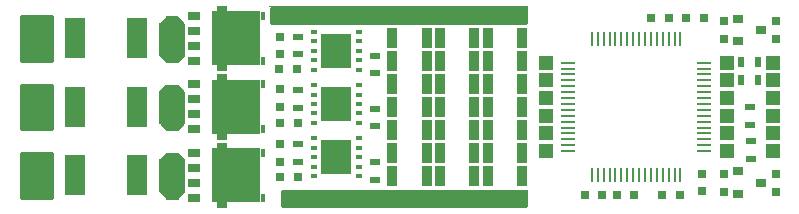
<source format=gbr>
%TF.GenerationSoftware,KiCad,Pcbnew,6.0.4-6f826c9f35~116~ubuntu20.04.1*%
%TF.CreationDate,2022-12-15T23:45:36+00:00*%
%TF.ProjectId,TFESC01,54464553-4330-4312-9e6b-696361645f70,rev?*%
%TF.SameCoordinates,Original*%
%TF.FileFunction,Soldermask,Bot*%
%TF.FilePolarity,Negative*%
%FSLAX46Y46*%
G04 Gerber Fmt 4.6, Leading zero omitted, Abs format (unit mm)*
G04 Created by KiCad (PCBNEW 6.0.4-6f826c9f35~116~ubuntu20.04.1) date 2022-12-15 23:45:36*
%MOMM*%
%LPD*%
G01*
G04 APERTURE LIST*
%ADD10R,1.200000X1.200000*%
%ADD11R,0.700000X0.700000*%
%ADD12R,0.750000X0.800000*%
%ADD13R,0.270000X1.270480*%
%ADD14R,1.270480X0.270000*%
%ADD15R,0.800000X0.750000*%
%ADD16R,0.900000X0.500000*%
%ADD17R,0.900000X1.700000*%
%ADD18R,0.500000X0.900000*%
%ADD19R,1.000000X0.750000*%
%ADD20R,0.425000X0.750000*%
%ADD21R,0.905000X0.495000*%
%ADD22R,4.105000X4.560000*%
%ADD23R,0.600000X0.300000*%
%ADD24R,2.600000X3.000000*%
%ADD25R,1.800000X3.400000*%
%ADD26R,0.900000X0.800000*%
%ADD27C,0.254000*%
G04 APERTURE END LIST*
D10*
%TO.C,P9*%
X112300000Y-87250000D03*
X112300000Y-88750000D03*
X112300000Y-90250000D03*
X112300000Y-91750000D03*
X112300000Y-93250000D03*
X112300000Y-94750000D03*
%TD*%
%TO.C,P10*%
X127575000Y-94750000D03*
X127575000Y-93250000D03*
X127575000Y-91750000D03*
X127575000Y-90250000D03*
X127575000Y-88750000D03*
X127575000Y-87250000D03*
%TD*%
%TO.C,P11*%
X131450000Y-94750000D03*
X131450000Y-93250000D03*
X131450000Y-91750000D03*
X131450000Y-90250000D03*
X131450000Y-88750000D03*
X131450000Y-87250000D03*
%TD*%
D11*
%TO.C,P1*%
X68600000Y-92050000D03*
X70000000Y-90650000D03*
X69300000Y-89950000D03*
X68600000Y-90650000D03*
X70000000Y-92050000D03*
X69300000Y-92050000D03*
X69300000Y-90650000D03*
X70000000Y-89950000D03*
X70000000Y-91350000D03*
X69300000Y-91350000D03*
X68600000Y-91350000D03*
X68600000Y-89950000D03*
%TD*%
%TO.C,P2*%
X69300000Y-95750000D03*
X70000000Y-97850000D03*
X68600000Y-96450000D03*
X68600000Y-97150000D03*
X69300000Y-96450000D03*
X68600000Y-97850000D03*
X68600000Y-95750000D03*
X69300000Y-97850000D03*
X70000000Y-97150000D03*
X70000000Y-96450000D03*
X70000000Y-95750000D03*
X69300000Y-97150000D03*
%TD*%
%TO.C,P3*%
X69300000Y-86250000D03*
X69300000Y-85550000D03*
X68600000Y-85550000D03*
X70000000Y-84150000D03*
X68600000Y-84850000D03*
X69300000Y-84150000D03*
X68600000Y-86250000D03*
X70000000Y-84850000D03*
X70000000Y-85550000D03*
X68600000Y-84150000D03*
X70000000Y-86250000D03*
X69300000Y-84850000D03*
%TD*%
%TO.C,P4*%
X79900000Y-90700000D03*
X80600000Y-90700000D03*
X79900000Y-90000000D03*
X80600000Y-91400000D03*
X81300000Y-91400000D03*
X81300000Y-92100000D03*
X79900000Y-91400000D03*
X80600000Y-90000000D03*
X79900000Y-92100000D03*
X81300000Y-90700000D03*
X81300000Y-90000000D03*
X80600000Y-92100000D03*
%TD*%
%TO.C,P5*%
X79900000Y-97850000D03*
X79900000Y-97150000D03*
X80600000Y-97150000D03*
X79900000Y-95750000D03*
X79900000Y-96450000D03*
X81300000Y-95750000D03*
X80600000Y-97850000D03*
X81300000Y-96450000D03*
X80600000Y-96450000D03*
X81300000Y-97850000D03*
X80600000Y-95750000D03*
X81300000Y-97150000D03*
%TD*%
%TO.C,P6*%
X79900000Y-85650000D03*
X80600000Y-85650000D03*
X81300000Y-86350000D03*
X80600000Y-86350000D03*
X81300000Y-85650000D03*
X80600000Y-84950000D03*
X81300000Y-84250000D03*
X81300000Y-84950000D03*
X79900000Y-84250000D03*
X79900000Y-86350000D03*
X80600000Y-84250000D03*
X79900000Y-84950000D03*
%TD*%
D12*
%TO.C,C1*%
X89750000Y-91000000D03*
X89750000Y-89500000D03*
%TD*%
%TO.C,C2*%
X89750000Y-95650000D03*
X89750000Y-94150000D03*
%TD*%
%TO.C,C3*%
X89750000Y-86550000D03*
X89750000Y-85050000D03*
%TD*%
D13*
%TO.C,U7*%
X123649040Y-96750560D03*
X123151200Y-96750560D03*
X122650820Y-96750560D03*
X122150440Y-96750560D03*
X121650060Y-96750560D03*
X121149680Y-96750560D03*
X120649300Y-96750560D03*
X120148920Y-96750560D03*
X119651080Y-96750560D03*
X119150700Y-96750560D03*
X118650320Y-96750560D03*
X118149940Y-96750560D03*
X117649560Y-96750560D03*
X117149180Y-96750560D03*
X116648800Y-96750560D03*
X116150960Y-96750560D03*
D14*
X114149440Y-94749040D03*
X114149440Y-94251200D03*
X114149440Y-93750820D03*
X114149440Y-93250440D03*
X114149440Y-92750060D03*
X114149440Y-92249680D03*
X114149440Y-91749300D03*
X114149440Y-91248920D03*
X114149440Y-90751080D03*
X114149440Y-90250700D03*
X114149440Y-89750320D03*
X114149440Y-89249940D03*
X114149440Y-88749560D03*
X114149440Y-88249180D03*
X114149440Y-87748800D03*
X114149440Y-87250960D03*
D13*
X116150960Y-85249440D03*
X116648800Y-85249440D03*
X117149180Y-85249440D03*
X117649560Y-85249440D03*
X118149940Y-85249440D03*
X118650320Y-85249440D03*
X119150700Y-85249440D03*
X119651080Y-85249440D03*
X120148920Y-85249440D03*
X120649300Y-85249440D03*
X121149680Y-85249440D03*
X121650060Y-85249440D03*
X122150440Y-85249440D03*
X122650820Y-85249440D03*
X123151200Y-85249440D03*
X123649040Y-85249440D03*
D14*
X125650560Y-87250960D03*
X125650560Y-87748800D03*
X125650560Y-88249180D03*
X125650560Y-88749560D03*
X125650560Y-89249940D03*
X125650560Y-89750320D03*
X125650560Y-90250700D03*
X125650560Y-90751080D03*
X125650560Y-91248920D03*
X125650560Y-91749300D03*
X125650560Y-92249680D03*
X125650560Y-92750060D03*
X125650560Y-93250440D03*
X125650560Y-93750820D03*
X125650560Y-94251200D03*
X125650560Y-94749040D03*
%TD*%
D15*
%TO.C,C6*%
X91250000Y-92350000D03*
X89750000Y-92350000D03*
%TD*%
%TO.C,C7*%
X91250000Y-96900000D03*
X89750000Y-96900000D03*
%TD*%
%TO.C,C8*%
X91150000Y-87800000D03*
X89650000Y-87800000D03*
%TD*%
%TO.C,C18*%
X121150000Y-83500000D03*
X122650000Y-83500000D03*
%TD*%
%TO.C,C19*%
X118250000Y-98500000D03*
X119750000Y-98500000D03*
%TD*%
D12*
%TO.C,C20*%
X125500000Y-98150000D03*
X125500000Y-96650000D03*
%TD*%
D16*
%TO.C,R6*%
X91250000Y-89600000D03*
X91250000Y-91100000D03*
%TD*%
%TO.C,R7*%
X97800000Y-92650000D03*
X97800000Y-91150000D03*
%TD*%
%TO.C,R8*%
X91250000Y-94150000D03*
X91250000Y-95650000D03*
%TD*%
%TO.C,R9*%
X97800000Y-97150000D03*
X97800000Y-95650000D03*
%TD*%
%TO.C,R10*%
X91250000Y-85050000D03*
X91250000Y-86550000D03*
%TD*%
%TO.C,R11*%
X97750000Y-88150000D03*
X97750000Y-86650000D03*
%TD*%
%TO.C,R25*%
X129600000Y-95400000D03*
X129600000Y-93900000D03*
%TD*%
%TO.C,R27*%
X129550000Y-91000000D03*
X129550000Y-92500000D03*
%TD*%
D17*
%TO.C,C4*%
X102150000Y-94900000D03*
X99250000Y-94900000D03*
%TD*%
%TO.C,C5*%
X103300000Y-85150000D03*
X106200000Y-85150000D03*
%TD*%
%TO.C,C33*%
X102150000Y-87100000D03*
X99250000Y-87100000D03*
%TD*%
%TO.C,C37*%
X103300000Y-91000000D03*
X106200000Y-91000000D03*
%TD*%
%TO.C,C38*%
X103300000Y-89050000D03*
X106200000Y-89050000D03*
%TD*%
%TO.C,C41*%
X102150000Y-96850000D03*
X99250000Y-96850000D03*
%TD*%
%TO.C,C43*%
X102150000Y-89050000D03*
X99250000Y-89050000D03*
%TD*%
%TO.C,C65*%
X103300000Y-87100000D03*
X106200000Y-87100000D03*
%TD*%
%TO.C,C66*%
X103300000Y-92950000D03*
X106200000Y-92950000D03*
%TD*%
%TO.C,C67*%
X102150000Y-92950000D03*
X99250000Y-92950000D03*
%TD*%
D18*
%TO.C,C76*%
X130250000Y-87200000D03*
X128750000Y-87200000D03*
%TD*%
%TO.C,R30*%
X130250000Y-88750000D03*
X128750000Y-88750000D03*
%TD*%
D17*
%TO.C,C32*%
X103300000Y-94900000D03*
X106200000Y-94900000D03*
%TD*%
%TO.C,C63*%
X102150000Y-85150000D03*
X99250000Y-85150000D03*
%TD*%
%TO.C,C74*%
X102150000Y-91000000D03*
X99250000Y-91000000D03*
%TD*%
%TO.C,C75*%
X103300000Y-96850000D03*
X106200000Y-96850000D03*
%TD*%
%TO.C,C79*%
X110250000Y-85150000D03*
X107350000Y-85150000D03*
%TD*%
%TO.C,C80*%
X110250000Y-87100000D03*
X107350000Y-87100000D03*
%TD*%
%TO.C,C81*%
X110250000Y-94900000D03*
X107350000Y-94900000D03*
%TD*%
%TO.C,C82*%
X110250000Y-96850000D03*
X107350000Y-96850000D03*
%TD*%
%TO.C,C83*%
X110250000Y-89050000D03*
X107350000Y-89050000D03*
%TD*%
%TO.C,C84*%
X110250000Y-91000000D03*
X107350000Y-91000000D03*
%TD*%
%TO.C,C85*%
X110250000Y-92950000D03*
X107350000Y-92950000D03*
%TD*%
D19*
%TO.C,Q1*%
X82500000Y-89095000D03*
X82500000Y-90365000D03*
X82500000Y-91635000D03*
X82500000Y-92905000D03*
D20*
X88282500Y-92905000D03*
D21*
X84842500Y-93527500D03*
X84842500Y-88472500D03*
D20*
X88282500Y-89095000D03*
D22*
X86017500Y-91000000D03*
%TD*%
D19*
%TO.C,Q3*%
X82500000Y-94895000D03*
X82500000Y-97435000D03*
X82500000Y-98705000D03*
X82500000Y-96165000D03*
D22*
X86017500Y-96800000D03*
D20*
X88282500Y-94895000D03*
X88282500Y-98705000D03*
D21*
X84842500Y-94272500D03*
X84842500Y-99327500D03*
%TD*%
D19*
%TO.C,Q5*%
X82500000Y-83295000D03*
X82500000Y-87105000D03*
X82500000Y-85835000D03*
X82500000Y-84565000D03*
D20*
X88282500Y-83295000D03*
X88282500Y-87105000D03*
D21*
X84842500Y-87727500D03*
D22*
X86017500Y-85200000D03*
D21*
X84842500Y-82672500D03*
%TD*%
D23*
%TO.C,U1*%
X92600000Y-92350000D03*
X92600000Y-91550000D03*
X92600000Y-90750000D03*
X92600000Y-89950000D03*
X92600000Y-89150000D03*
X96400000Y-89150000D03*
X96400000Y-89950000D03*
D24*
X94500000Y-90750000D03*
D23*
X96400000Y-90750000D03*
X96400000Y-91550000D03*
X96400000Y-92350000D03*
%TD*%
%TO.C,U2*%
X92600000Y-96850000D03*
X92600000Y-96050000D03*
X92600000Y-95250000D03*
X92600000Y-94450000D03*
X92600000Y-93650000D03*
X96400000Y-93650000D03*
X96400000Y-94450000D03*
X96400000Y-95250000D03*
D24*
X94500000Y-95250000D03*
D23*
X96400000Y-96050000D03*
X96400000Y-96850000D03*
%TD*%
%TO.C,U3*%
X92600000Y-87850000D03*
X92600000Y-87050000D03*
X92600000Y-86250000D03*
X92600000Y-85450000D03*
X92600000Y-84650000D03*
X96400000Y-84650000D03*
X96400000Y-85450000D03*
X96400000Y-86250000D03*
D24*
X94500000Y-86250000D03*
D23*
X96400000Y-87050000D03*
X96400000Y-87850000D03*
%TD*%
D25*
%TO.C,R1*%
X72400000Y-91000000D03*
X77600000Y-91000000D03*
%TD*%
%TO.C,R2*%
X72400000Y-96800000D03*
X77600000Y-96800000D03*
%TD*%
%TO.C,R3*%
X72400000Y-85200000D03*
X77600000Y-85200000D03*
%TD*%
D15*
%TO.C,C26*%
X124150000Y-83500000D03*
X125650000Y-83500000D03*
%TD*%
%TO.C,C27*%
X123600000Y-98500000D03*
X122100000Y-98500000D03*
%TD*%
%TO.C,C86*%
X117050000Y-98500000D03*
X115550000Y-98500000D03*
%TD*%
D12*
%TO.C,C87*%
X131700000Y-96667242D03*
X131700000Y-98167242D03*
%TD*%
%TO.C,C88*%
X127300000Y-83750000D03*
X127300000Y-85250000D03*
%TD*%
%TO.C,C89*%
X131700000Y-83750000D03*
X131700000Y-85250000D03*
%TD*%
%TO.C,C90*%
X127300000Y-96667242D03*
X127300000Y-98167242D03*
%TD*%
D26*
%TO.C,U9*%
X128500000Y-85450000D03*
X128500000Y-83550000D03*
X130500000Y-84500000D03*
%TD*%
%TO.C,U10*%
X128500000Y-98367242D03*
X128500000Y-96467242D03*
X130500000Y-97417242D03*
%TD*%
D27*
X70423000Y-98673000D02*
X67777000Y-98673000D01*
X67777000Y-94927000D01*
X70423000Y-94927000D01*
X70423000Y-98673000D01*
X70423000Y-98673000D02*
X70423000Y-94927000D01*
G36*
X70423000Y-98673000D02*
G01*
X67777000Y-98673000D01*
X67777000Y-94927000D01*
X70423000Y-94927000D01*
X70423000Y-98673000D01*
G37*
X70423000Y-92873000D02*
X67777000Y-92873000D01*
X67777000Y-89127000D01*
X70423000Y-89127000D01*
X70423000Y-92873000D01*
X70423000Y-92873000D02*
X70423000Y-89127000D01*
G36*
X70423000Y-92873000D02*
G01*
X67777000Y-92873000D01*
X67777000Y-89127000D01*
X70423000Y-89127000D01*
X70423000Y-92873000D01*
G37*
X81523000Y-95450960D02*
X81523000Y-98150599D01*
X81044132Y-98673000D01*
X80155868Y-98673000D01*
X79677000Y-98150599D01*
X79677000Y-95450960D01*
X80154266Y-94952000D01*
X81045734Y-94952000D01*
X81523000Y-95450960D01*
X81523000Y-95450960D02*
X81045734Y-94952000D01*
G36*
X81523000Y-95450960D02*
G01*
X81523000Y-98150599D01*
X81044132Y-98673000D01*
X80155868Y-98673000D01*
X79677000Y-98150599D01*
X79677000Y-95450960D01*
X80154266Y-94952000D01*
X81045734Y-94952000D01*
X81523000Y-95450960D01*
G37*
X81523000Y-89702606D02*
X81523000Y-92397394D01*
X81047394Y-92873000D01*
X80152606Y-92873000D01*
X79677000Y-92397394D01*
X79677000Y-89702606D01*
X80152606Y-89227000D01*
X81047394Y-89227000D01*
X81523000Y-89702606D01*
X81523000Y-89702606D02*
X81047394Y-89227000D01*
G36*
X81523000Y-89702606D02*
G01*
X81523000Y-92397394D01*
X81047394Y-92873000D01*
X80152606Y-92873000D01*
X79677000Y-92397394D01*
X79677000Y-89702606D01*
X80152606Y-89227000D01*
X81047394Y-89227000D01*
X81523000Y-89702606D01*
G37*
X110573000Y-83873000D02*
X88977000Y-83873000D01*
X88977000Y-82627000D01*
X110573000Y-82627000D01*
X110573000Y-83873000D01*
X110573000Y-83873000D02*
X110573000Y-82627000D01*
G36*
X110573000Y-83873000D02*
G01*
X88977000Y-83873000D01*
X88977000Y-82627000D01*
X110573000Y-82627000D01*
X110573000Y-83873000D01*
G37*
X110573000Y-99373000D02*
X89927000Y-99373000D01*
X89927000Y-98127000D01*
X110573000Y-98127000D01*
X110573000Y-99373000D01*
X110573000Y-99373000D02*
X110573000Y-98127000D01*
G36*
X110573000Y-99373000D02*
G01*
X89927000Y-99373000D01*
X89927000Y-98127000D01*
X110573000Y-98127000D01*
X110573000Y-99373000D01*
G37*
X70473000Y-87123000D02*
X67777000Y-87123000D01*
X67777000Y-83327000D01*
X70473000Y-83327000D01*
X70473000Y-87123000D01*
X70473000Y-87123000D02*
X70473000Y-83327000D01*
G36*
X70473000Y-87123000D02*
G01*
X67777000Y-87123000D01*
X67777000Y-83327000D01*
X70473000Y-83327000D01*
X70473000Y-87123000D01*
G37*
X81523000Y-83952606D02*
X81523000Y-86647394D01*
X81047394Y-87123000D01*
X80152606Y-87123000D01*
X79677000Y-86647394D01*
X79677000Y-83952606D01*
X80152606Y-83477000D01*
X81047394Y-83477000D01*
X81523000Y-83952606D01*
X81523000Y-83952606D02*
X81047394Y-83477000D01*
G36*
X81523000Y-83952606D02*
G01*
X81523000Y-86647394D01*
X81047394Y-87123000D01*
X80152606Y-87123000D01*
X79677000Y-86647394D01*
X79677000Y-83952606D01*
X80152606Y-83477000D01*
X81047394Y-83477000D01*
X81523000Y-83952606D01*
G37*
G36*
X110690819Y-97993152D02*
G01*
X110701387Y-97997530D01*
X110702470Y-97998613D01*
X110706848Y-98009181D01*
X110707000Y-98009946D01*
X110707000Y-99490054D01*
X110706848Y-99490819D01*
X110702470Y-99501387D01*
X110701387Y-99502470D01*
X110690819Y-99506848D01*
X110690054Y-99507000D01*
X89809946Y-99507000D01*
X89809181Y-99506848D01*
X89798613Y-99502470D01*
X89797530Y-99501387D01*
X89796127Y-99498000D01*
X89802000Y-99498000D01*
X110698000Y-99498000D01*
X110698000Y-98002000D01*
X89802000Y-98002000D01*
X89802000Y-99498000D01*
X89796127Y-99498000D01*
X89793152Y-99490819D01*
X89793000Y-99490054D01*
X89793000Y-98009946D01*
X89793152Y-98009181D01*
X89797530Y-97998613D01*
X89798613Y-97997530D01*
X89809181Y-97993152D01*
X89809946Y-97993000D01*
X110690054Y-97993000D01*
X110690819Y-97993152D01*
G37*
G36*
X81090552Y-94818161D02*
G01*
X81111476Y-94827101D01*
X81112135Y-94827558D01*
X81648383Y-95388181D01*
X81648794Y-95388818D01*
X81656856Y-95408912D01*
X81657000Y-95409657D01*
X81657000Y-98190617D01*
X81656864Y-98191342D01*
X81649210Y-98211019D01*
X81648820Y-98211645D01*
X81112261Y-98796982D01*
X81111592Y-98797462D01*
X81090295Y-98806831D01*
X81089490Y-98807000D01*
X80110510Y-98807000D01*
X80109705Y-98806831D01*
X80088408Y-98797462D01*
X80087739Y-98796982D01*
X79551180Y-98211645D01*
X79550790Y-98211019D01*
X79546202Y-98199223D01*
X79552000Y-98199223D01*
X80100879Y-98798000D01*
X81099121Y-98798000D01*
X81648000Y-98199223D01*
X81648000Y-95400802D01*
X81099146Y-94827000D01*
X80100854Y-94827000D01*
X79552000Y-95400802D01*
X79552000Y-98199223D01*
X79546202Y-98199223D01*
X79543136Y-98191342D01*
X79543000Y-98190617D01*
X79543000Y-95409657D01*
X79543144Y-95408912D01*
X79551206Y-95388818D01*
X79551617Y-95388181D01*
X80087865Y-94827558D01*
X80088524Y-94827101D01*
X80109448Y-94818161D01*
X80110234Y-94818000D01*
X81089766Y-94818000D01*
X81090552Y-94818161D01*
G37*
G36*
X70540819Y-94793152D02*
G01*
X70551387Y-94797530D01*
X70552470Y-94798613D01*
X70556848Y-94809181D01*
X70557000Y-94809946D01*
X70557000Y-98790054D01*
X70556848Y-98790819D01*
X70552470Y-98801387D01*
X70551387Y-98802470D01*
X70540819Y-98806848D01*
X70540054Y-98807000D01*
X68179183Y-98807000D01*
X68178418Y-98806848D01*
X68163180Y-98800536D01*
X68162263Y-98799770D01*
X68160993Y-98797795D01*
X68160801Y-98797412D01*
X68075076Y-98567575D01*
X68075031Y-98567439D01*
X68073829Y-98563343D01*
X68073794Y-98563205D01*
X68013898Y-98287869D01*
X68013872Y-98287729D01*
X68013263Y-98283494D01*
X68013248Y-98283352D01*
X67993081Y-98001375D01*
X67993077Y-98001304D01*
X67993028Y-97999927D01*
X68002000Y-97999927D01*
X68022342Y-98284348D01*
X68082937Y-98562897D01*
X68170626Y-98798000D01*
X70548000Y-98798000D01*
X70548000Y-94802000D01*
X68002000Y-94802000D01*
X68002000Y-97999927D01*
X67993028Y-97999927D01*
X67993001Y-97999186D01*
X67993000Y-97999114D01*
X67993000Y-94809946D01*
X67993152Y-94809181D01*
X67997530Y-94798613D01*
X67998613Y-94797530D01*
X68009181Y-94793152D01*
X68009946Y-94793000D01*
X70540054Y-94793000D01*
X70540819Y-94793152D01*
G37*
G36*
X81090819Y-89093152D02*
G01*
X81111332Y-89101649D01*
X81111981Y-89102083D01*
X81647917Y-89638019D01*
X81648351Y-89638668D01*
X81656848Y-89659181D01*
X81657000Y-89659946D01*
X81657000Y-92440054D01*
X81656848Y-92440819D01*
X81648351Y-92461332D01*
X81647917Y-92461981D01*
X81111981Y-92997917D01*
X81111332Y-92998351D01*
X81090819Y-93006848D01*
X81090054Y-93007000D01*
X80109946Y-93007000D01*
X80109181Y-93006848D01*
X80088668Y-92998351D01*
X80088019Y-92997917D01*
X79552083Y-92461981D01*
X79551649Y-92461332D01*
X79546612Y-92449172D01*
X79552000Y-92449172D01*
X80100828Y-92998000D01*
X81099172Y-92998000D01*
X81648000Y-92449172D01*
X81648000Y-89650828D01*
X81099172Y-89102000D01*
X80100828Y-89102000D01*
X79552000Y-89650828D01*
X79552000Y-92449172D01*
X79546612Y-92449172D01*
X79543152Y-92440819D01*
X79543000Y-92440054D01*
X79543000Y-89659946D01*
X79543152Y-89659181D01*
X79551649Y-89638668D01*
X79552083Y-89638019D01*
X80088019Y-89102083D01*
X80088668Y-89101649D01*
X80109181Y-89093152D01*
X80109946Y-89093000D01*
X81090054Y-89093000D01*
X81090819Y-89093152D01*
G37*
G36*
X70540819Y-88993152D02*
G01*
X70551387Y-88997530D01*
X70552470Y-88998613D01*
X70556848Y-89009181D01*
X70557000Y-89009946D01*
X70557000Y-92990054D01*
X70556848Y-92990819D01*
X70552470Y-93001387D01*
X70551387Y-93002470D01*
X70540819Y-93006848D01*
X70540054Y-93007000D01*
X68009946Y-93007000D01*
X68009181Y-93006848D01*
X67998613Y-93002470D01*
X67997530Y-93001387D01*
X67996127Y-92998000D01*
X68002000Y-92998000D01*
X70548000Y-92998000D01*
X70548000Y-89002000D01*
X68002000Y-89002000D01*
X68002000Y-92998000D01*
X67996127Y-92998000D01*
X67993152Y-92990819D01*
X67993000Y-92990054D01*
X67993000Y-89009946D01*
X67993152Y-89009181D01*
X67997530Y-88998613D01*
X67998613Y-88997530D01*
X68009181Y-88993152D01*
X68009946Y-88993000D01*
X70540054Y-88993000D01*
X70540819Y-88993152D01*
G37*
G36*
X81090819Y-83343152D02*
G01*
X81111332Y-83351649D01*
X81111981Y-83352083D01*
X81647917Y-83888019D01*
X81648351Y-83888668D01*
X81656848Y-83909181D01*
X81657000Y-83909946D01*
X81657000Y-86690054D01*
X81656848Y-86690819D01*
X81648351Y-86711332D01*
X81647917Y-86711981D01*
X81111981Y-87247917D01*
X81111332Y-87248351D01*
X81090819Y-87256848D01*
X81090054Y-87257000D01*
X80109946Y-87257000D01*
X80109181Y-87256848D01*
X80088668Y-87248351D01*
X80088019Y-87247917D01*
X79552083Y-86711981D01*
X79551649Y-86711332D01*
X79546612Y-86699172D01*
X79552000Y-86699172D01*
X80100828Y-87248000D01*
X81099172Y-87248000D01*
X81648000Y-86699172D01*
X81648000Y-83900828D01*
X81099172Y-83352000D01*
X80100828Y-83352000D01*
X79552000Y-83900828D01*
X79552000Y-86699172D01*
X79546612Y-86699172D01*
X79543152Y-86690819D01*
X79543000Y-86690054D01*
X79543000Y-83909946D01*
X79543152Y-83909181D01*
X79551649Y-83888668D01*
X79552083Y-83888019D01*
X80088019Y-83352083D01*
X80088668Y-83351649D01*
X80109181Y-83343152D01*
X80109946Y-83343000D01*
X81090054Y-83343000D01*
X81090819Y-83343152D01*
G37*
G36*
X70590819Y-83193152D02*
G01*
X70601387Y-83197530D01*
X70602470Y-83198613D01*
X70606848Y-83209181D01*
X70607000Y-83209946D01*
X70607000Y-87240054D01*
X70606848Y-87240819D01*
X70602470Y-87251387D01*
X70601387Y-87252470D01*
X70590819Y-87256848D01*
X70590054Y-87257000D01*
X68009946Y-87257000D01*
X68009181Y-87256848D01*
X67998613Y-87252470D01*
X67997530Y-87251387D01*
X67996127Y-87248000D01*
X68002000Y-87248000D01*
X70598000Y-87248000D01*
X70598000Y-83202000D01*
X68170626Y-83202000D01*
X68082937Y-83437103D01*
X68022342Y-83715652D01*
X68002000Y-84000073D01*
X68002000Y-87248000D01*
X67996127Y-87248000D01*
X67993152Y-87240819D01*
X67993000Y-87240054D01*
X67993000Y-84000886D01*
X67993001Y-84000814D01*
X67993077Y-83998696D01*
X67993081Y-83998625D01*
X68013248Y-83716648D01*
X68013263Y-83716506D01*
X68013872Y-83712271D01*
X68013898Y-83712131D01*
X68073794Y-83436795D01*
X68073829Y-83436657D01*
X68075031Y-83432561D01*
X68075076Y-83432425D01*
X68159204Y-83206871D01*
X68159614Y-83206207D01*
X68170852Y-83194136D01*
X68171891Y-83193545D01*
X68174186Y-83193046D01*
X68174611Y-83193000D01*
X70590054Y-83193000D01*
X70590819Y-83193152D01*
G37*
G36*
X110690819Y-82493152D02*
G01*
X110701387Y-82497530D01*
X110702470Y-82498613D01*
X110706848Y-82509181D01*
X110707000Y-82509946D01*
X110707000Y-83990054D01*
X110706848Y-83990819D01*
X110702470Y-84001387D01*
X110701387Y-84002470D01*
X110690819Y-84006848D01*
X110690054Y-84007000D01*
X88859946Y-84007000D01*
X88859181Y-84006848D01*
X88848613Y-84002470D01*
X88847530Y-84001387D01*
X88846127Y-83998000D01*
X88852000Y-83998000D01*
X110698000Y-83998000D01*
X110698000Y-82502000D01*
X88852000Y-82502000D01*
X88852000Y-83998000D01*
X88846127Y-83998000D01*
X88843152Y-83990819D01*
X88843000Y-83990054D01*
X88843000Y-82509946D01*
X88843152Y-82509181D01*
X88847530Y-82498613D01*
X88848613Y-82497530D01*
X88859181Y-82493152D01*
X88859946Y-82493000D01*
X110690054Y-82493000D01*
X110690819Y-82493152D01*
G37*
M02*

</source>
